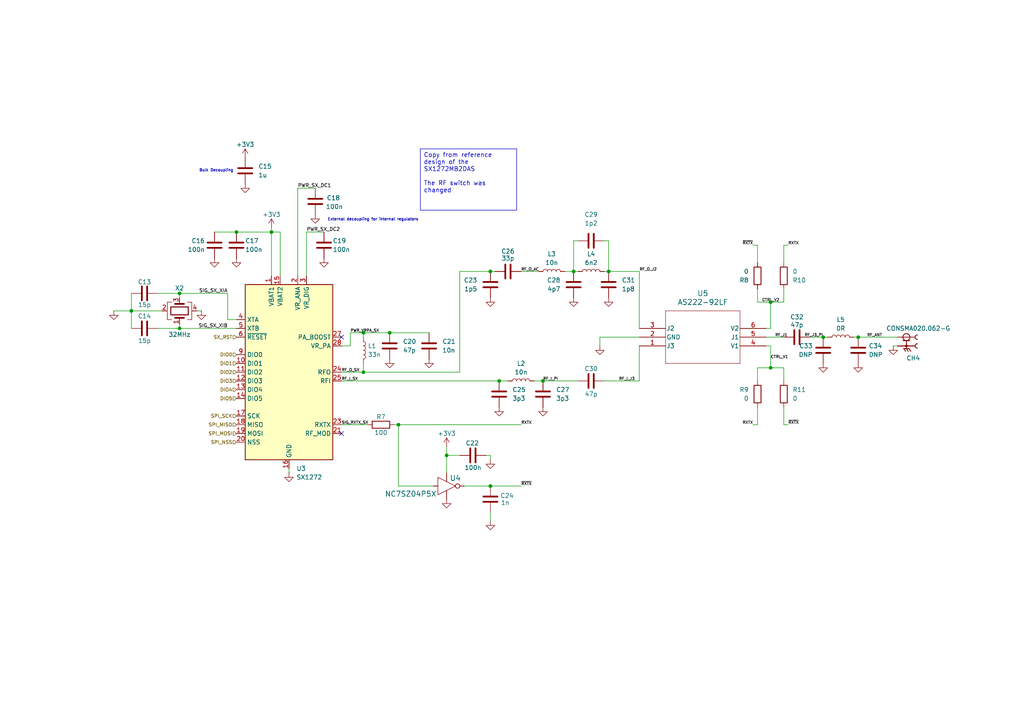
<source format=kicad_sch>
(kicad_sch (version 20250114) (generator "eeschema") (generator_version "9.0")
  (paper "A4")
  (lib_symbols
    (symbol "CONSMA020.062-G:CONSMA020.062-G" (pin_numbers (hide yes)) (pin_names (offset 1.016))
      (property "Reference" "J" (at -3.81 1.524 0))
      (property "Value" "CONSMA020.062-G" (at -4.064 -6.858 0))
      (symbol "CONSMA020.062-G_0_0"
        (arc (start -3.175 0.635) (mid -2.5427 0) (end -3.175 -0.635) (stroke (width 0.254)))
        (arc (start -3.175 -1.905) (mid -2.5427 -2.54) (end -3.175 -3.175) (stroke (width 0.254)))
        (polyline (pts (xy -1.016 -1.016) (xy 1.016 -1.016)) (stroke (width 0.254)))
        (polyline (pts (xy -0.762 -3.302) (xy -1.27 -4.064)) (stroke (width 0.254)))
        (circle (center 0 0) (radius 1.016) (stroke (width 0.254)))
        (polyline (pts (xy 0 -1.016) (xy 0 -3.302)) (stroke (width 0.254)))
        (circle (center 0 -2.54) (radius 0.254) (stroke (width 0.254)))
        (polyline (pts (xy 0 -3.302) (xy -0.508 -4.064)) (stroke (width 0.254)))
        (polyline (pts (xy 0.762 -3.302) (xy -0.762 -3.302)) (stroke (width 0.254)))
        (polyline (pts (xy 0.762 -3.302) (xy 0.254 -4.064)) (stroke (width 0.254)))
        (pin passive line (at 2.54 0 180) (length 5.08) (name "~") (number "1"))
        (pin passive line (at 2.54 -2.54 180) (length 5.08) (name "~") (number "S1"))
        (pin passive line (at 2.54 -2.54 180) (length 5.08) (name "~") (number "S2"))
        (pin passive line (at 2.54 -2.54 180) (length 5.08) (name "~") (number "S3"))
        (pin passive line (at 2.54 -2.54 180) (length 5.08) (name "~") (number "S4"))
      )
    )
    (symbol "Device:C" (pin_numbers (hide yes)) (pin_names (offset 0.254))
      (property "Reference" "C" (at 0.635 2.54 0))
      (property "Value" "C" (at 0.635 -2.54 0))
      (symbol "C_0_1"
        (polyline (pts (xy -2.032 0.762) (xy 2.032 0.762)) (stroke (width 0.508)))
        (polyline (pts (xy -2.032 -0.762) (xy 2.032 -0.762)) (stroke (width 0.508)))
      )
      (symbol "C_1_1"
        (pin passive line (at 0 3.81 270) (length 2.794) (name "~") (number "1"))
        (pin passive line (at 0 -3.81 90) (length 2.794) (name "~") (number "2"))
      )
    )
    (symbol "Device:Crystal_GND24" (pin_names (offset 1.016) (hide yes))
      (property "Reference" "Y" (at 3.175 5.08 0))
      (property "Value" "Crystal_GND24" (at 3.175 3.175 0))
      (symbol "Crystal_GND24_0_1"
        (polyline (pts (xy -2.54 2.286) (xy -2.54 3.556) (xy 2.54 3.556) (xy 2.54 2.286)))
        (polyline (pts (xy -2.54 0) (xy -2.032 0)))
        (polyline (pts (xy -2.54 -2.286) (xy -2.54 -3.556) (xy 2.54 -3.556) (xy 2.54 -2.286)))
        (polyline (pts (xy -2.032 -1.27) (xy -2.032 1.27)) (stroke (width 0.508)))
        (rectangle (start -1.143 2.54) (end 1.143 -2.54) (stroke (width 0.3048)))
        (polyline (pts (xy 0 3.556) (xy 0 3.81)))
        (polyline (pts (xy 0 -3.81) (xy 0 -3.556)))
        (polyline (pts (xy 2.032 0) (xy 2.54 0)))
        (polyline (pts (xy 2.032 -1.27) (xy 2.032 1.27)) (stroke (width 0.508)))
      )
      (symbol "Crystal_GND24_1_1"
        (pin passive line (at -3.81 0 0) (length 1.27) (name "1") (number "1"))
        (pin passive line (at 0 5.08 270) (length 1.27) (name "2") (number "2"))
        (pin passive line (at 0 -5.08 90) (length 1.27) (name "4") (number "4"))
        (pin passive line (at 3.81 0 180) (length 1.27) (name "3") (number "3"))
      )
    )
    (symbol "Device:L" (pin_numbers (hide yes)) (pin_names (offset 1.016) (hide yes))
      (property "Reference" "L" (at -1.27 0 90))
      (property "Value" "L" (at 1.905 0 90))
      (symbol "L_0_1"
        (arc (start 0 2.54) (mid 0.6323 1.905) (end 0 1.27))
        (arc (start 0 1.27) (mid 0.6323 0.635) (end 0 0))
        (arc (start 0 0) (mid 0.6323 -0.635) (end 0 -1.27))
        (arc (start 0 -1.27) (mid 0.6323 -1.905) (end 0 -2.54))
      )
      (symbol "L_1_1"
        (pin passive line (at 0 3.81 270) (length 1.27) (name "1") (number "1"))
        (pin passive line (at 0 -3.81 90) (length 1.27) (name "2") (number "2"))
      )
    )
    (symbol "Device:R" (pin_numbers (hide yes)) (pin_names (offset 0))
      (property "Reference" "R" (at 2.032 0 90))
      (property "Value" "R" (at 0 0 90))
      (symbol "R_0_1"
        (rectangle (start -1.016 -2.54) (end 1.016 2.54) (stroke (width 0.254)))
      )
      (symbol "R_1_1"
        (pin passive line (at 0 3.81 270) (length 1.27) (name "~") (number "1"))
        (pin passive line (at 0 -3.81 90) (length 1.27) (name "~") (number "2"))
      )
    )
    (symbol "NC7SZ04:NC7SZ04P5X" (pin_numbers (hide yes)) (pin_names (offset 0.254) (hide yes))
      (property "Reference" "U5" (at 5.588 3.048 0))
      (property "Value" "NC7SZ04P5X" (at 11.43 -2.794 0))
      (symbol "NC7SZ04P5X_1_1"
        (polyline (pts (xy 0 2.54) (xy 0 -2.54) (xy 5.08 0) (xy 0 2.54) (xy 0 0)))
        (pin unspecified line (at -1.27 0 0) (length 1.27) (name "") (number "2"))
        (pin power_in line (at 2.54 3.81 270) (length 2.54) (name "") (number "5"))
        (pin power_out line (at 2.54 -3.81 90) (length 2.54) (name "") (number "3"))
        (pin unspecified inverted (at 7.62 0 180) (length 2.54) (name "") (number "4"))
        (pin no_connect line (at 30.48 7.62 0) (length 1.27) (hide yes) (name "NC") (number "1"))
      )
    )
    (symbol "RF:SX1272"
      (property "Reference" "U" (at 13.97 24.13 0))
      (property "Value" "SX1272" (at 13.97 21.59 0))
      (symbol "SX1272_0_1"
        (rectangle (start -12.7 25.4) (end 12.7 -25.4) (stroke (width 0.254)) (fill (type background)))
      )
      (symbol "SX1272_1_1"
        (pin bidirectional line (at -15.24 15.24 0) (length 2.54) (name "XTA") (number "4"))
        (pin bidirectional line (at -15.24 12.7 0) (length 2.54) (name "XTB") (number "5"))
        (pin input line (at -15.24 10.16 0) (length 2.54) (name "~{RESET}") (number "6"))
        (pin bidirectional line (at -15.24 5.08 0) (length 2.54) (name "DIO0") (number "9"))
        (pin bidirectional line (at -15.24 2.54 0) (length 2.54) (name "DIO1") (number "10"))
        (pin bidirectional line (at -15.24 0 0) (length 2.54) (name "DIO2") (number "11"))
        (pin bidirectional line (at -15.24 -2.54 0) (length 2.54) (name "DIO3") (number "12"))
        (pin bidirectional line (at -15.24 -5.08 0) (length 2.54) (name "DIO4") (number "13"))
        (pin bidirectional line (at -15.24 -7.62 0) (length 2.54) (name "DIO5") (number "14"))
        (pin input line (at -15.24 -12.7 0) (length 2.54) (name "SCK") (number "17"))
        (pin output line (at -15.24 -15.24 0) (length 2.54) (name "MISO") (number "18"))
        (pin input line (at -15.24 -17.78 0) (length 2.54) (name "MOSI") (number "19"))
        (pin input line (at -15.24 -20.32 0) (length 2.54) (name "NSS") (number "20"))
        (pin power_in line (at -5.08 27.94 270) (length 2.54) (name "VBAT1") (number "1"))
        (pin power_in line (at -2.54 27.94 270) (length 2.54) (name "VBAT2") (number "15"))
        (pin power_in line (at 0 -27.94 90) (length 2.54) (name "GND") (number "16"))
        (pin passive line (at 0 -27.94 90) (length 2.54) (hide yes) (name "GND") (number "22"))
        (pin passive line (at 0 -27.94 90) (length 2.54) (hide yes) (name "GND") (number "26"))
        (pin passive line (at 0 -27.94 90) (length 2.54) (hide yes) (name "GND") (number "29"))
        (pin power_in line (at 2.54 27.94 270) (length 2.54) (name "VR_ANA") (number "2"))
        (pin power_in line (at 5.08 27.94 270) (length 2.54) (name "VR_DIG") (number "3"))
        (pin no_connect line (at 12.7 -5.08 180) (length 2.54) (hide yes) (name "NC") (number "8"))
        (pin no_connect line (at 12.7 -7.62 180) (length 2.54) (hide yes) (name "NC") (number "7"))
        (pin power_out line (at 15.24 10.16 180) (length 2.54) (name "PA_BOOST") (number "27"))
        (pin power_out line (at 15.24 7.62 180) (length 2.54) (name "VR_PA") (number "28"))
        (pin output line (at 15.24 0 180) (length 2.54) (name "RFO") (number "24"))
        (pin input line (at 15.24 -2.54 180) (length 2.54) (name "RFI") (number "25"))
        (pin output line (at 15.24 -15.24 180) (length 2.54) (name "RXTX") (number "23"))
        (pin output line (at 15.24 -17.78 180) (length 2.54) (name "RF_MOD") (number "21"))
      )
    )
    (symbol "power:+3V3" (power) (pin_numbers (hide yes)) (pin_names (offset 0) (hide yes))
      (property "Value" "+3V3" (at 0 3.556 0))
      (symbol "+3V3_0_1"
        (polyline (pts (xy -0.762 1.27) (xy 0 2.54)))
        (polyline (pts (xy 0 2.54) (xy 0.762 1.27)))
        (polyline (pts (xy 0 0) (xy 0 2.54)))
      )
      (symbol "+3V3_1_1"
        (pin power_in line (at 0 0 90) (length 0) (name "~") (number "1"))
      )
    )
    (symbol "power:GND" (power) (pin_numbers (hide yes)) (pin_names (offset 0) (hide yes))
      (property "Value" "GND" (at 0 -3.81 0))
      (symbol "GND_0_1"
        (polyline (pts (xy 0 0) (xy 0 -1.27) (xy 1.27 -1.27) (xy 0 -2.54) (xy -1.27 -1.27) (xy 0 -1.27)))
      )
      (symbol "GND_1_1"
        (pin power_in line (at 0 0 270) (length 0) (name "~") (number "1"))
      )
    )
    (symbol "something:4259-63" (pin_names (offset 0.254))
      (property "Reference" "U5" (at 18.415 10.16 0))
      (property "Value" "AS222-92LF" (at 18.415 7.62 0))
      (symbol "4259-63_0_1"
        (polyline (pts (xy 7.62 5.08) (xy 7.62 -10.16)) (stroke (width 0.127)))
        (polyline (pts (xy 7.62 -10.16) (xy 29.21 -10.16)) (stroke (width 0.127)))
        (polyline (pts (xy 29.21 5.08) (xy 7.62 5.08)) (stroke (width 0.127)))
        (polyline (pts (xy 29.21 -10.16) (xy 29.21 5.08)) (stroke (width 0.127)))
        (pin power_out line (at 0 -2.54 0) (length 7.62) (name "GND") (number "2"))
      )
      (symbol "4259-63_1_1"
        (pin bidirectional line (at 0 0 0) (length 7.62) (name "J2") (number "3"))
        (pin bidirectional line (at 0 -5.08 0) (length 7.62) (name "J3") (number "1"))
        (pin power_in line (at 36.83 0 180) (length 7.62) (name "V2") (number "6"))
        (pin unspecified line (at 36.83 -2.54 180) (length 7.62) (name "J1") (number "5"))
        (pin unspecified line (at 36.83 -5.08 180) (length 7.62) (name "V1") (number "4"))
      )
    )
  )
  (text "Bulk Decoupling" (at 62.738 49.53 0) (effects (font (size 0.8 0.8))))
  (text "External decoupling for internal regulators" (at 108.204 63.754 0) (effects (font (size 0.8 0.8))))
  (text_box "Copy from reference design of the SX1272MB2DAS\n\nThe RF switch was changed" (at 121.92 43.18 0) (size 27.94 17.78) (margins 0.9525 0.9525 0.9525 0.9525) (effects (font (size 1.27 1.27)) (justify left top)))
  (junction (at 142.24 140.97))
  (junction (at 105.41 107.95))
  (junction (at 223.52 87.63))
  (junction (at 115.57 123.19))
  (junction (at 248.92 97.79))
  (junction (at 129.54 132.08))
  (junction (at 113.03 96.52))
  (junction (at 176.53 78.74))
  (junction (at 38.1 90.17))
  (junction (at 142.24 78.74))
  (junction (at 52.07 85.09))
  (junction (at 223.52 106.68))
  (junction (at 78.74 67.31))
  (junction (at 166.37 78.74))
  (junction (at 105.41 96.52))
  (junction (at 68.58 67.31))
  (junction (at 238.76 97.79))
  (junction (at 144.78 110.49))
  (junction (at 52.07 95.25))
  (junction (at 157.48 110.49))
  (no_connect (at 99.06 97.79))
  (no_connect (at 99.06 125.73))
  (wire (pts (xy 247.65 97.79) (xy 248.92 97.79)))
  (wire (pts (xy 129.54 129.54) (xy 129.54 132.08)))
  (wire (pts (xy 163.83 78.74) (xy 166.37 78.74)))
  (wire (pts (xy 142.24 133.35) (xy 142.24 132.08)))
  (wire (pts (xy 129.54 132.08) (xy 129.54 137.16)))
  (wire (pts (xy 81.28 80.01) (xy 81.28 67.31)))
  (wire (pts (xy 114.3 123.19) (xy 115.57 123.19)))
  (wire (pts (xy 227.33 123.19) (xy 228.6 123.19)))
  (wire (pts (xy 223.52 100.33) (xy 223.52 106.68)))
  (wire (pts (xy 219.71 118.11) (xy 219.71 123.19)))
  (wire (pts (xy 166.37 69.85) (xy 166.37 78.74)))
  (wire (pts (xy 167.64 69.85) (xy 166.37 69.85)))
  (wire (pts (xy 86.36 54.61) (xy 91.44 54.61)))
  (wire (pts (xy 99.06 107.95) (xy 105.41 107.95)))
  (wire (pts (xy 45.72 85.09) (xy 52.07 85.09)))
  (wire (pts (xy 222.25 97.79) (xy 227.33 97.79)))
  (wire (pts (xy 99.06 110.49) (xy 144.78 110.49)))
  (wire (pts (xy 176.53 69.85) (xy 176.53 78.74)))
  (wire (pts (xy 223.52 87.63) (xy 227.33 87.63)))
  (wire (pts (xy 185.42 97.79) (xy 173.99 97.79)))
  (wire (pts (xy 234.95 97.79) (xy 238.76 97.79)))
  (wire (pts (xy 238.76 97.79) (xy 240.03 97.79)))
  (wire (pts (xy 57.15 90.17) (xy 58.42 90.17)))
  (wire (pts (xy 99.06 100.33) (xy 101.6 100.33)))
  (wire (pts (xy 88.9 80.01) (xy 88.9 67.31)))
  (wire (pts (xy 219.71 87.63) (xy 223.52 87.63)))
  (wire (pts (xy 105.41 96.52) (xy 105.41 97.79)))
  (wire (pts (xy 133.35 78.74) (xy 142.24 78.74)))
  (wire (pts (xy 219.71 71.12) (xy 218.44 71.12)))
  (wire (pts (xy 52.07 85.09) (xy 66.04 85.09)))
  (wire (pts (xy 144.78 110.49) (xy 147.32 110.49)))
  (wire (pts (xy 227.33 76.2) (xy 227.33 71.12)))
  (wire (pts (xy 185.42 110.49) (xy 185.42 100.33)))
  (wire (pts (xy 185.42 78.74) (xy 185.42 95.25)))
  (wire (pts (xy 151.13 140.97) (xy 142.24 140.97)))
  (wire (pts (xy 105.41 107.95) (xy 133.35 107.95)))
  (wire (pts (xy 125.73 140.97) (xy 115.57 140.97)))
  (wire (pts (xy 175.26 110.49) (xy 185.42 110.49)))
  (wire (pts (xy 113.03 96.52) (xy 124.46 96.52)))
  (wire (pts (xy 38.1 90.17) (xy 46.99 90.17)))
  (wire (pts (xy 142.24 132.08) (xy 140.97 132.08)))
  (wire (pts (xy 259.08 100.33) (xy 260.35 100.33)))
  (wire (pts (xy 52.07 95.25) (xy 68.58 95.25)))
  (wire (pts (xy 219.71 76.2) (xy 219.71 71.12)))
  (wire (pts (xy 223.52 87.63) (xy 223.52 95.25)))
  (wire (pts (xy 176.53 78.74) (xy 175.26 78.74)))
  (wire (pts (xy 227.33 106.68) (xy 223.52 106.68)))
  (wire (pts (xy 176.53 78.74) (xy 185.42 78.74)))
  (wire (pts (xy 219.71 106.68) (xy 219.71 110.49)))
  (wire (pts (xy 248.92 97.79) (xy 260.35 97.79)))
  (wire (pts (xy 219.71 123.19) (xy 218.44 123.19)))
  (wire (pts (xy 133.35 132.08) (xy 129.54 132.08)))
  (wire (pts (xy 66.04 92.71) (xy 66.04 85.09)))
  (wire (pts (xy 78.74 80.01) (xy 78.74 67.31)))
  (wire (pts (xy 223.52 95.25) (xy 222.25 95.25)))
  (wire (pts (xy 83.82 135.89) (xy 83.82 137.16)))
  (wire (pts (xy 99.06 123.19) (xy 106.68 123.19)))
  (wire (pts (xy 157.48 110.49) (xy 167.64 110.49)))
  (wire (pts (xy 88.9 67.31) (xy 93.98 67.31)))
  (wire (pts (xy 219.71 83.82) (xy 219.71 87.63)))
  (wire (pts (xy 81.28 67.31) (xy 78.74 67.31)))
  (wire (pts (xy 33.02 90.17) (xy 38.1 90.17)))
  (wire (pts (xy 52.07 85.09) (xy 52.07 86.36)))
  (wire (pts (xy 101.6 100.33) (xy 101.6 96.52)))
  (wire (pts (xy 223.52 106.68) (xy 219.71 106.68)))
  (wire (pts (xy 227.33 110.49) (xy 227.33 106.68)))
  (wire (pts (xy 115.57 140.97) (xy 115.57 123.19)))
  (wire (pts (xy 227.33 118.11) (xy 227.33 123.19)))
  (wire (pts (xy 142.24 148.59) (xy 142.24 151.13)))
  (wire (pts (xy 38.1 90.17) (xy 38.1 95.25)))
  (wire (pts (xy 45.72 95.25) (xy 52.07 95.25)))
  (wire (pts (xy 115.57 123.19) (xy 151.13 123.19)))
  (wire (pts (xy 68.58 67.31) (xy 78.74 67.31)))
  (wire (pts (xy 134.62 140.97) (xy 142.24 140.97)))
  (wire (pts (xy 227.33 87.63) (xy 227.33 83.82)))
  (wire (pts (xy 223.52 100.33) (xy 222.25 100.33)))
  (wire (pts (xy 105.41 105.41) (xy 105.41 107.95)))
  (wire (pts (xy 68.58 92.71) (xy 66.04 92.71)))
  (wire (pts (xy 227.33 71.12) (xy 228.6 71.12)))
  (wire (pts (xy 62.23 67.31) (xy 68.58 67.31)))
  (wire (pts (xy 166.37 78.74) (xy 167.64 78.74)))
  (wire (pts (xy 38.1 85.09) (xy 38.1 90.17)))
  (wire (pts (xy 154.94 110.49) (xy 157.48 110.49)))
  (wire (pts (xy 86.36 80.01) (xy 86.36 54.61)))
  (wire (pts (xy 78.74 66.04) (xy 78.74 67.31)))
  (wire (pts (xy 142.24 78.74) (xy 143.51 78.74)))
  (wire (pts (xy 133.35 78.74) (xy 133.35 107.95)))
  (wire (pts (xy 52.07 93.98) (xy 52.07 95.25)))
  (wire (pts (xy 173.99 97.79) (xy 173.99 100.33)))
  (wire (pts (xy 175.26 69.85) (xy 176.53 69.85)))
  (wire (pts (xy 101.6 96.52) (xy 105.41 96.52)))
  (wire (pts (xy 105.41 96.52) (xy 113.03 96.52)))
  (wire (pts (xy 151.13 78.74) (xy 156.21 78.74)))
  (label "RF_J3_PI" (at 238.76 97.79 180) (effects (font (size 0.8 0.8))))
  (label "RXTX" (at 151.13 123.19 0) (effects (font (size 0.8 0.8))))
  (label "SIG_SX_XIA" (at 66.04 85.09 180) (effects (font (size 1 1))))
  (label "RF_O_J2" (at 185.42 78.74 0) (effects (font (size 0.8 0.8))))
  (label "PWR_VRPA_SX" (at 101.6 96.52 0) (effects (font (size 0.8 0.8))))
  (label "RF_I_SX" (at 99.06 110.49 0) (effects (font (size 0.8 0.8))))
  (label "CTRL_V1" (at 223.52 104.14 0) (effects (font (size 0.8 0.8))))
  (label "CTRL_V2" (at 220.98 87.63 0) (effects (font (size 0.8 0.8))))
  (label "RF_ANT" (at 251.46 97.79 0) (effects (font (size 0.8 0.8))))
  (label "~{RXTX}" (at 218.44 71.12 180) (effects (font (size 0.8 0.8))))
  (label "RF_O_SX" (at 99.06 107.95 0) (effects (font (size 0.8 0.8))))
  (label "~{RXTX}" (at 228.6 123.19 0) (effects (font (size 0.8 0.8))))
  (label "~{RXTX}" (at 151.13 140.97 0) (effects (font (size 0.8 0.8))))
  (label "RF_I_J3" (at 184.15 110.49 180) (effects (font (size 0.8 0.8))))
  (label "RXTX" (at 228.6 71.12 0) (effects (font (size 0.8 0.8))))
  (label "SIG_RXTX_SX" (at 99.06 123.19 0) (effects (font (size 0.8 0.8))))
  (label "PWR_SX_DC2" (at 88.9 67.31 0) (effects (font (size 1 1))))
  (label "RXTX" (at 218.44 123.19 180) (effects (font (size 0.8 0.8))))
  (label "RF_O_AC" (at 151.13 78.74 0) (effects (font (size 0.8 0.8))))
  (label "RF_I_PI" (at 157.48 110.49 0) (effects (font (size 0.8 0.8))))
  (label "SIG_SX_XIB" (at 66.04 95.25 180) (effects (font (size 1 1))))
  (label "PWR_SX_DC1" (at 86.36 54.61 0) (effects (font (size 1 1))))
  (label "RF_J1" (at 224.79 97.79 0) (effects (font (size 0.8 0.8))))
  (hierarchical_label "SPI_MOSI" (shape input) (at 68.58 125.73 180) (effects (font (size 1 1))))
  (hierarchical_label "DIO5" (shape input) (at 68.58 115.57 180) (effects (font (size 1 1))))
  (hierarchical_label "DIO0" (shape input) (at 68.58 102.87 180) (effects (font (size 1 1))))
  (hierarchical_label "SPI_SCK" (shape input) (at 68.58 120.65 180) (effects (font (size 1 1))))
  (hierarchical_label "DIO2" (shape input) (at 68.58 107.95 180) (effects (font (size 1 1))))
  (hierarchical_label "DIO3" (shape input) (at 68.58 110.49 180) (effects (font (size 1 1))))
  (hierarchical_label "DIO1" (shape input) (at 68.58 105.41 180) (effects (font (size 1 1))))
  (hierarchical_label "DIO4" (shape input) (at 68.58 113.03 180) (effects (font (size 1 1))))
  (hierarchical_label "SPI_NSS" (shape input) (at 68.58 128.27 180) (effects (font (size 1 1))))
  (hierarchical_label "SPI_MISO" (shape input) (at 68.58 123.19 180) (effects (font (size 1 1))))
  (hierarchical_label "SX_RST" (shape input) (at 68.58 97.79 180) (effects (font (size 1 1))))
  (symbol (lib_id "power:+3V3") (at 71.12 45.72 0) (unit 1)
    (property "Reference" "#PWR029" (effects (hide yes)))
    (property "Value" "+3V3" (at 71.12 41.91 0))
    (property "Description" "Power symbol creates a global label with name \"+3V3\"" (effects (hide yes)))
  )
  (symbol (lib_id "power:GND") (at 144.78 118.11 0) (unit 1)
    (property "Reference" "#PWR044" (effects (hide yes)))
    (property "Value" "GND" (effects (hide yes)))
    (property "Description" "Power symbol creates a global label with name \"GND\" , ground" (effects (hide yes)))
  )
  (symbol (lib_id "power:GND") (at 176.53 86.36 0) (unit 1)
    (property "Reference" "#PWR048" (effects (hide yes)))
    (property "Value" "GND" (effects (hide yes)))
    (property "Description" "Power symbol creates a global label with name \"GND\" , ground" (effects (hide yes)))
  )
  (symbol (lib_id "Device:R") (at 219.71 114.3 0) (mirror y) (unit 1)
    (property "Reference" "R9" (at 217.17 113.0299 0) (effects (justify left)))
    (property "Value" "0" (at 217.17 115.5699 0) (effects (justify left)))
    (property "Footprint" "Resistor_SMD:R_0402_1005Metric" (effects (hide yes)))
    (property "Datasheet" "CRCW04020000Z0ED" (effects (hide yes)))
    (property "Description" "Resistor" (effects (hide yes)))
  )
  (symbol (lib_id "power:GND") (at 248.92 105.41 0) (unit 1)
    (property "Reference" "#PWR050" (effects (hide yes)))
    (property "Value" "GND" (effects (hide yes)))
    (property "Description" "Power symbol creates a global label with name \"GND\" , ground" (effects (hide yes)))
  )
  (symbol (lib_id "Device:C") (at 171.45 69.85 90) (unit 1)
    (property "Reference" "C29" (at 171.45 62.23 90))
    (property "Value" "1p2" (at 171.45 64.77 90))
    (property "Footprint" "Capacitor_SMD:C_0402_1005Metric" (effects (hide yes)))
    (property "Datasheet" "GJM1555C1H1R2BB01D" (effects (hide yes)))
    (property "Description" "Unpolarized capacitor" (effects (hide yes)))
  )
  (symbol (lib_id "power:GND") (at 71.12 53.34 0) (unit 1)
    (property "Reference" "#PWR030" (effects (hide yes)))
    (property "Value" "GND" (effects (hide yes)))
    (property "Description" "Power symbol creates a global label with name \"GND\" , ground" (effects (hide yes)))
  )
  (symbol (lib_id "power:GND") (at 68.58 74.93 0) (unit 1)
    (property "Reference" "#PWR032" (effects (hide yes)))
    (property "Value" "GND" (effects (hide yes)))
    (property "Description" "Power symbol creates a global label with name \"GND\" , ground" (effects (hide yes)))
  )
  (symbol (lib_id "Device:C") (at 231.14 97.79 90) (unit 1)
    (property "Reference" "C32" (at 231.14 91.948 90))
    (property "Value" "47p" (at 231.14 94.234 90))
    (property "Footprint" "Capacitor_SMD:C_0402_1005Metric" (effects (hide yes)))
    (property "Datasheet" "GJM1555C1H470JB01D" (effects (hide yes)))
    (property "Description" "Unpolarized capacitor" (effects (hide yes)))
  )
  (symbol (lib_id "Device:C") (at 137.16 132.08 90) (unit 1)
    (property "Reference" "C22" (at 138.938 128.524 90) (effects (justify left)))
    (property "Value" "100n" (at 139.7 135.636 90) (effects (justify left)))
    (property "Footprint" "Capacitor_SMD:C_0402_1005Metric" (effects (hide yes)))
    (property "Datasheet" "CL05B104KP5NNNC" (effects (hide yes)))
    (property "Description" "Unpolarized capacitor" (effects (hide yes)))
  )
  (symbol (lib_id "power:GND") (at 238.76 105.41 0) (unit 1)
    (property "Reference" "#PWR049" (effects (hide yes)))
    (property "Value" "GND" (effects (hide yes)))
    (property "Description" "Power symbol creates a global label with name \"GND\" , ground" (effects (hide yes)))
  )
  (symbol (lib_id "Device:R") (at 110.49 123.19 90) (unit 1)
    (property "Reference" "R7" (at 110.49 120.904 90))
    (property "Value" "100" (at 110.49 125.476 90))
    (property "Footprint" "Resistor_SMD:R_0402_1005Metric" (effects (hide yes)))
    (property "Datasheet" "RC0402FR-07100RL" (effects (hide yes)))
    (property "Description" "Resistor" (effects (hide yes)))
  )
  (symbol (lib_id "Device:C") (at 124.46 100.33 0) (unit 1)
    (property "Reference" "C21" (at 128.27 99.0599 0) (effects (justify left)))
    (property "Value" "10n" (at 128.27 101.5999 0) (effects (justify left)))
    (property "Footprint" "Capacitor_SMD:C_0402_1005Metric" (effects (hide yes)))
    (property "Datasheet" "GRM155R71H103KA88D" (effects (hide yes)))
    (property "Description" "Unpolarized capacitor" (effects (hide yes)))
  )
  (symbol (lib_id "power:GND") (at 142.24 151.13 0) (unit 1)
    (property "Reference" "#PWR043" (effects (hide yes)))
    (property "Value" "GND" (effects (hide yes)))
    (property "Description" "Power symbol creates a global label with name \"GND\" , ground" (effects (hide yes)))
  )
  (symbol (lib_id "Device:C") (at 113.03 100.33 0) (unit 1)
    (property "Reference" "C20" (at 116.84 99.0599 0) (effects (justify left)))
    (property "Value" "47p" (at 116.84 101.5999 0) (effects (justify left)))
    (property "Footprint" "Capacitor_SMD:C_0402_1005Metric" (effects (hide yes)))
    (property "Datasheet" "GJM1555C1H470JB01D" (effects (hide yes)))
    (property "Description" "Unpolarized capacitor" (effects (hide yes)))
  )
  (symbol (lib_id "Device:R") (at 219.71 80.01 180) (unit 1)
    (property "Reference" "R8" (at 217.17 81.2801 0) (effects (justify left)))
    (property "Value" "0" (at 217.17 78.7401 0) (effects (justify left)))
    (property "Footprint" "Resistor_SMD:R_0402_1005Metric" (effects (hide yes)))
    (property "Datasheet" "CRCW04020000Z0ED" (effects (hide yes)))
    (property "Description" "Resistor" (effects (hide yes)))
  )
  (symbol (lib_id "Device:C") (at 144.78 114.3 0) (unit 1)
    (property "Reference" "C25" (at 148.59 113.0299 0) (effects (justify left)))
    (property "Value" "3p3" (at 148.59 115.5699 0) (effects (justify left)))
    (property "Footprint" "Capacitor_SMD:C_0402_1005Metric" (effects (hide yes)))
    (property "Datasheet" "CBR04C339B5GAC" (effects (hide yes)))
    (property "Description" "Unpolarized capacitor" (effects (hide yes)))
  )
  (symbol (lib_id "power:GND") (at 166.37 86.36 0) (unit 1)
    (property "Reference" "#PWR046" (effects (hide yes)))
    (property "Value" "GND" (effects (hide yes)))
    (property "Description" "Power symbol creates a global label with name \"GND\" , ground" (effects (hide yes)))
  )
  (symbol (lib_id "power:GND") (at 129.54 144.78 0) (unit 1)
    (property "Reference" "#PWR040" (effects (hide yes)))
    (property "Value" "GND" (effects (hide yes)))
    (property "Description" "Power symbol creates a global label with name \"GND\" , ground" (effects (hide yes)))
  )
  (symbol (lib_id "power:GND") (at 93.98 74.93 0) (unit 1)
    (property "Reference" "#PWR036" (effects (hide yes)))
    (property "Value" "GND" (effects (hide yes)))
    (property "Description" "Power symbol creates a global label with name \"GND\" , ground" (effects (hide yes)))
  )
  (symbol (lib_id "Device:C") (at 157.48 114.3 0) (unit 1)
    (property "Reference" "C27" (at 161.29 113.0299 0) (effects (justify left)))
    (property "Value" "3p3" (at 161.29 115.5699 0) (effects (justify left)))
    (property "Footprint" "Capacitor_SMD:C_0402_1005Metric" (effects (hide yes)))
    (property "Datasheet" "CBR04C339B5GAC" (effects (hide yes)))
    (property "Description" "Unpolarized capacitor" (effects (hide yes)))
  )
  (symbol (lib_id "power:GND") (at 33.02 90.17 0) (unit 1)
    (property "Reference" "#PWR027" (effects (hide yes)))
    (property "Value" "GND" (effects (hide yes)))
    (property "Description" "Power symbol creates a global label with name \"GND\" , ground" (effects (hide yes)))
  )
  (symbol (lib_id "Device:C") (at 142.24 82.55 0) (mirror y) (unit 1)
    (property "Reference" "C23" (at 138.43 81.2799 0) (effects (justify left)))
    (property "Value" "1p5" (at 138.43 83.8199 0) (effects (justify left)))
    (property "Footprint" "Capacitor_SMD:C_0402_1005Metric" (effects (hide yes)))
    (property "Datasheet" "GJM1555C1H1R5BB01D" (effects (hide yes)))
    (property "Description" "Unpolarized capacitor" (effects (hide yes)))
  )
  (symbol (lib_id "power:GND") (at 142.24 86.36 0) (unit 1)
    (property "Reference" "#PWR041" (effects (hide yes)))
    (property "Value" "GND" (effects (hide yes)))
    (property "Description" "Power symbol creates a global label with name \"GND\" , ground" (effects (hide yes)))
  )
  (symbol (lib_id "power:GND") (at 157.48 118.11 0) (unit 1)
    (property "Reference" "#PWR045" (effects (hide yes)))
    (property "Value" "GND" (effects (hide yes)))
    (property "Description" "Power symbol creates a global label with name \"GND\" , ground" (effects (hide yes)))
  )
  (symbol (lib_id "power:GND") (at 173.99 100.33 0) (unit 1)
    (property "Reference" "#PWR047" (effects (hide yes)))
    (property "Value" "GND" (effects (hide yes)))
    (property "Description" "Power symbol creates a global label with name \"GND\" , ground" (effects (hide yes)))
  )
  (symbol (lib_id "power:GND") (at 113.03 104.14 0) (unit 1)
    (property "Reference" "#PWR037" (effects (hide yes)))
    (property "Value" "GND" (effects (hide yes)))
    (property "Description" "Power symbol creates a global label with name \"GND\" , ground" (effects (hide yes)))
  )
  (symbol (lib_id "Device:C") (at 147.32 78.74 90) (unit 1)
    (property "Reference" "C26" (at 147.32 72.898 90))
    (property "Value" "33p" (at 147.32 74.93 90))
    (property "Footprint" "Capacitor_SMD:C_0402_1005Metric" (effects (hide yes)))
    (property "Datasheet" "GJM1555C1H330JB01D" (effects (hide yes)))
    (property "Description" "Unpolarized capacitor" (effects (hide yes)))
  )
  (symbol (lib_id "power:GND") (at 58.42 90.17 0) (unit 1)
    (property "Reference" "#PWR028" (effects (hide yes)))
    (property "Value" "GND" (effects (hide yes)))
    (property "Description" "Power symbol creates a global label with name \"GND\" , ground" (effects (hide yes)))
  )
  (symbol (lib_id "Device:C") (at 166.37 82.55 0) (mirror x) (unit 1)
    (property "Reference" "C28" (at 162.56 81.2799 0) (effects (justify right)))
    (property "Value" "4p7" (at 162.56 83.8199 0) (effects (justify right)))
    (property "Footprint" "Capacitor_SMD:C_0402_1005Metric" (effects (hide yes)))
    (property "Datasheet" "GJM1555C1H4R7CB01D" (effects (hide yes)))
    (property "Description" "Unpolarized capacitor" (effects (hide yes)))
  )
  (symbol (lib_id "Device:R") (at 227.33 80.01 0) (mirror x) (unit 1)
    (property "Reference" "R10" (at 229.87 81.2801 0) (effects (justify left)))
    (property "Value" "0" (at 229.87 78.7401 0) (effects (justify left)))
    (property "Footprint" "Resistor_SMD:R_0402_1005Metric" (effects (hide yes)))
    (property "Datasheet" "CRCW04020000Z0ED" (effects (hide yes)))
    (property "Description" "Resistor" (effects (hide yes)))
  )
  (symbol (lib_id "power:GND") (at 124.46 104.14 0) (unit 1)
    (property "Reference" "#PWR038" (effects (hide yes)))
    (property "Value" "GND" (effects (hide yes)))
    (property "Description" "Power symbol creates a global label with name \"GND\" , ground" (effects (hide yes)))
  )
  (symbol (lib_id "CONSMA020.062-G:CONSMA020.062-G") (at 262.89 97.79 0) (mirror y) (unit 1)
    (property "Reference" "CH4" (at 262.89 103.886 0) (effects (justify right)))
    (property "Value" "CONSMA020.062-G" (at 257.048 95.25 0) (effects (justify right)))
    (property "Footprint" "project_lib:LINX_CONSMA020.062-G" (effects (hide yes)))
    (property "Datasheet" "CONSMA020.062-G" (effects (hide yes)))
    (property "SnapEDA_Link" "https://www.snapeda.com/parts/CONSMA020.062-G/Linx/view-part/?ref=snap" (effects (hide yes)))
    (property "Check_prices" "https://www.snapeda.com/parts/CONSMA020.062-G/Linx/view-part/?ref=eda" (effects (hide yes)))
    (property "Package" "None" (effects (hide yes)))
    (property "Price" "None" (effects (hide yes)))
    (property "MF" "Linx Technologies" (effects (hide yes)))
    (property "MP" "CONSMA020.062-G" (effects (hide yes)))
    (property "Purchase-URL" "https://www.snapeda.com/api/url_track_click_mouser/?unipart_id=4834989&manufacturer=Linx Technologies&part_name=CONSMA020.062-G&search_term=None" (effects (hide yes)))
    (property "Availability" "In Stock" (effects (hide yes)))
    (property "Description_1" "SMA Jack 50 Ohm .062 PCB Edge Mount" (effects (hide yes)))
  )
  (symbol (lib_id "Device:Crystal_GND24") (at 52.07 90.17 90) (unit 1)
    (property "Reference" "X2" (at 52.07 83.566 90))
    (property "Value" "32MHz" (at 52.07 97.028 90))
    (property "Footprint" "Crystal:Crystal_SMD_2016-4Pin_2.0x1.6mm" (effects (hide yes)))
    (property "Datasheet" "ECS-320-10-37B-CKY-TR" (effects (hide yes)))
    (property "Description" "ECS-320-10-37B-CKY-TR" (effects (hide yes)))
  )
  (symbol (lib_id "Device:L") (at 105.41 101.6 0) (unit 1)
    (property "Reference" "L1" (at 106.68 100.3299 0) (effects (justify left)))
    (property "Value" "33n" (at 106.68 102.8699 0) (effects (justify left)))
    (property "Footprint" "Inductor_SMD:L_0402_1005Metric" (effects (hide yes)))
    (property "Datasheet" "LQW15AN33NJ00D" (effects (hide yes)))
    (property "Description" "LQW15AN33NJ00D" (effects (hide yes)))
  )
  (symbol (lib_id "something:4259-63") (at 185.42 95.25 0) (unit 1)
    (property "Reference" "U5" (at 203.835 85.09 0) (effects (font (size 1.524 1.524))))
    (property "Value" "AS222-92LF" (at 203.835 87.63 0) (effects (font (size 1.524 1.524))))
    (property "Footprint" "project_lib:SC-70-6_PSM" (effects (hide yes)))
    (property "Datasheet" "AS222-92LF" (effects (hide yes)))
  )
  (symbol (lib_id "power:+3V3") (at 129.54 129.54 0) (unit 1)
    (property "Reference" "#PWR039" (effects (hide yes)))
    (property "Value" "+3V3" (at 129.54 125.73 0))
    (property "Description" "Power symbol creates a global label with name \"+3V3\"" (effects (hide yes)))
  )
  (symbol (lib_id "Device:C") (at 62.23 71.12 0) (mirror y) (unit 1)
    (property "Reference" "C16" (at 59.436 69.85 0) (effects (justify left)))
    (property "Value" "100n" (at 59.436 72.39 0) (effects (justify left)))
    (property "Footprint" "Capacitor_SMD:C_0402_1005Metric" (effects (hide yes)))
    (property "Datasheet" "CL05B104KP5NNNC" (effects (hide yes)))
    (property "Description" "Unpolarized capacitor" (effects (hide yes)))
  )
  (symbol (lib_id "Device:C") (at 176.53 82.55 180) (unit 1)
    (property "Reference" "C31" (at 180.34 81.2799 0) (effects (justify right)))
    (property "Value" "1p8" (at 180.34 83.8199 0) (effects (justify right)))
    (property "Footprint" "Capacitor_SMD:C_0402_1005Metric" (effects (hide yes)))
    (property "Datasheet" "GJM1555C1H1R8BB01D" (effects (hide yes)))
    (property "Description" "Unpolarized capacitor" (effects (hide yes)))
  )
  (symbol (lib_id "power:GND") (at 62.23 74.93 0) (mirror y) (unit 1)
    (property "Reference" "#PWR031" (effects (hide yes)))
    (property "Value" "GND" (effects (hide yes)))
    (property "Description" "Power symbol creates a global label with name \"GND\" , ground" (effects (hide yes)))
  )
  (symbol (lib_id "Device:L") (at 151.13 110.49 90) (unit 1)
    (property "Reference" "L2" (at 151.13 105.41 90))
    (property "Value" "10n" (at 151.13 107.95 90))
    (property "Footprint" "Inductor_SMD:L_0402_1005Metric" (effects (hide yes)))
    (property "Datasheet" "LQG15HS10NJ02D" (effects (hide yes)))
    (property "Description" "LQG15HS10NJ02D" (effects (hide yes)))
  )
  (symbol (lib_id "power:GND") (at 83.82 137.16 0) (unit 1)
    (property "Reference" "#PWR034" (effects (hide yes)))
    (property "Value" "GND" (effects (hide yes)))
    (property "Description" "Power symbol creates a global label with name \"GND\" , ground" (effects (hide yes)))
  )
  (symbol (lib_id "Device:L") (at 243.84 97.79 90) (unit 1)
    (property "Reference" "L5" (at 243.84 92.71 90))
    (property "Value" "0R" (at 243.84 95.25 90))
    (property "Footprint" "Inductor_SMD:L_0402_1005Metric" (effects (hide yes)))
    (property "Datasheet" "CRCW04020000Z0ED" (effects (hide yes)))
    (property "Description" "CRCW04020000Z0ED" (effects (hide yes)))
  )
  (symbol (lib_id "power:GND") (at 259.08 100.33 0) (unit 1)
    (property "Reference" "#PWR051" (effects (hide yes)))
    (property "Value" "GND" (effects (hide yes)))
    (property "Description" "Power symbol creates a global label with name \"GND\" , ground" (effects (hide yes)))
  )
  (symbol (lib_id "Device:R") (at 227.33 114.3 0) (unit 1)
    (property "Reference" "R11" (at 229.87 113.0299 0) (effects (justify left)))
    (property "Value" "0" (at 229.87 115.5699 0) (effects (justify left)))
    (property "Footprint" "Resistor_SMD:R_0402_1005Metric" (effects (hide yes)))
    (property "Datasheet" "CRCW04020000Z0ED" (effects (hide yes)))
    (property "Description" "Resistor" (effects (hide yes)))
  )
  (symbol (lib_id "Device:C") (at 93.98 71.12 0) (unit 1)
    (property "Reference" "C19" (at 96.52 69.85 0) (effects (justify left)))
    (property "Value" "100n" (at 96.52 72.39 0) (effects (justify left)))
    (property "Footprint" "Capacitor_SMD:C_0402_1005Metric" (effects (hide yes)))
    (property "Datasheet" "CL05B104KP5NNNC" (effects (hide yes)))
    (property "Description" "Unpolarized capacitor" (effects (hide yes)))
  )
  (symbol (lib_id "power:+3V3") (at 78.74 66.04 0) (unit 1)
    (property "Reference" "#PWR033" (effects (hide yes)))
    (property "Value" "+3V3" (at 78.74 62.23 0))
    (property "Description" "Power symbol creates a global label with name \"+3V3\"" (effects (hide yes)))
  )
  (symbol (lib_id "Device:C") (at 238.76 101.6 0) (mirror x) (unit 1)
    (property "Reference" "C33" (at 235.712 100.33 0) (effects (justify right)))
    (property "Value" "DNP" (at 235.712 102.87 0) (effects (justify right)))
    (property "Footprint" "Capacitor_SMD:C_0402_1005Metric" (effects (hide yes)))
    (property "Description" "Unpolarized capacitor" (effects (hide yes)))
  )
  (symbol (lib_id "Device:C") (at 171.45 110.49 90) (unit 1)
    (property "Reference" "C30" (at 171.45 106.934 90))
    (property "Value" "47p" (at 171.45 114.3 90))
    (property "Footprint" "Capacitor_SMD:C_0402_1005Metric" (effects (hide yes)))
    (property "Datasheet" "GJM1555C1H470JB01D" (effects (hide yes)))
    (property "Description" "Unpolarized capacitor" (effects (hide yes)))
  )
  (symbol (lib_id "Device:C") (at 91.44 58.42 0) (unit 1)
    (property "Reference" "C18" (at 94.742 57.404 0) (effects (justify left)))
    (property "Value" "100n" (at 94.488 59.944 0) (effects (justify left)))
    (property "Footprint" "Capacitor_SMD:C_0402_1005Metric" (effects (hide yes)))
    (property "Datasheet" "CL05B104KP5NNNC" (effects (hide yes)))
    (property "Description" "Unpolarized capacitor" (effects (hide yes)))
  )
  (symbol (lib_id "RF:SX1272") (at 83.82 107.95 0) (unit 1)
    (property "Reference" "U3" (at 85.9633 135.89 0) (effects (justify left)))
    (property "Value" "SX1272" (at 85.9633 138.43 0) (effects (justify left)))
    (property "Footprint" "Package_DFN_QFN:QFN-28-1EP_6x6mm_P0.65mm_EP4.8x4.8mm" (effects (hide yes)))
    (property "Datasheet" "SX1272IMLTRT" (effects (hide yes)))
    (property "Description" "860 MHz to 1020 MHz Low Power Long Range Transceiver, spreading factor from 6 to 12, LoRA, QFN-28" (effects (hide yes)))
  )
  (symbol (lib_id "power:GND") (at 91.44 62.23 0) (unit 1)
    (property "Reference" "#PWR035" (effects (hide yes)))
    (property "Value" "GND" (effects (hide yes)))
    (property "Description" "Power symbol creates a global label with name \"GND\" , ground" (effects (hide yes)))
  )
  (symbol (lib_id "Device:C") (at 248.92 101.6 180) (unit 1)
    (property "Reference" "C34" (at 251.968 100.33 0) (effects (justify right)))
    (property "Value" "DNP" (at 251.968 102.87 0) (effects (justify right)))
    (property "Footprint" "Capacitor_SMD:C_0402_1005Metric" (effects (hide yes)))
    (property "Description" "Unpolarized capacitor" (effects (hide yes)))
  )
  (symbol (lib_id "Device:C") (at 71.12 49.53 0) (unit 1)
    (property "Reference" "C15" (at 74.93 48.2599 0) (effects (justify left)))
    (property "Value" "1u" (at 74.93 50.7999 0) (effects (justify left)))
    (property "Footprint" "Capacitor_SMD:C_0402_1005Metric" (effects (hide yes)))
    (property "Datasheet" "GRM155R61C105KA12D" (effects (hide yes)))
    (property "Description" "Unpolarized capacitor" (effects (hide yes)))
  )
  (symbol (lib_id "Device:C") (at 41.91 85.09 270) (unit 1)
    (property "Reference" "C13" (at 41.91 81.788 90))
    (property "Value" "15p" (at 41.91 88.392 90))
    (property "Footprint" "Capacitor_SMD:C_0402_1005Metric" (effects (hide yes)))
    (property "Datasheet" "GJM1555C1H150JB01D" (effects (hide yes)))
    (property "Description" "GJM1555C1H150JB01D" (effects (hide yes)))
  )
  (symbol (lib_id "Device:L") (at 171.45 78.74 90) (unit 1)
    (property "Reference" "L4" (at 171.45 73.66 90))
    (property "Value" "6n2" (at 171.45 76.2 90))
    (property "Footprint" "Inductor_SMD:L_0402_1005Metric" (effects (hide yes)))
    (property "Datasheet" "LQG15HS6N2S02D" (effects (hide yes)))
    (property "Description" "LQG15HS6N2S02D" (effects (hide yes)))
  )
  (symbol (lib_id "Device:C") (at 41.91 95.25 270) (unit 1)
    (property "Reference" "C14" (at 41.91 91.694 90))
    (property "Value" "15p" (at 41.91 98.806 90))
    (property "Footprint" "Capacitor_SMD:C_0402_1005Metric" (effects (hide yes)))
    (property "Datasheet" "GJM1555C1H150JB01D" (effects (hide yes)))
    (property "Description" "GJM1555C1H150JB01D" (effects (hide yes)))
  )
  (symbol (lib_id "NC7SZ04:NC7SZ04P5X") (at 127 140.97 0) (unit 1)
    (property "Reference" "U4" (at 132.08 138.684 0) (effects (font (size 1.524 1.524))))
    (property "Value" "NC7SZ04P5X" (at 119.126 143.256 0) (effects (font (size 1.524 1.524))))
    (property "Footprint" "project_lib:SC-88A-5_1P35X2P2_ONS" (effects (hide yes)))
    (property "Datasheet" "NC7SZ04P5X" (effects (hide yes)))
  )
  (symbol (lib_id "power:GND") (at 142.24 133.35 0) (unit 1)
    (property "Reference" "#PWR042" (effects (hide yes)))
    (property "Value" "GND" (effects (hide yes)))
    (property "Description" "Power symbol creates a global label with name \"GND\" , ground" (effects (hide yes)))
  )
  (symbol (lib_id "Device:L") (at 160.02 78.74 90) (unit 1)
    (property "Reference" "L3" (at 160.02 73.66 90))
    (property "Value" "10n" (at 160.02 76.2 90))
    (property "Footprint" "Inductor_SMD:L_0402_1005Metric" (effects (hide yes)))
    (property "Datasheet" "LQG15HS10NJ02D" (effects (hide yes)))
    (property "Description" "LQG15HS10NJ02D" (effects (hide yes)))
  )
  (symbol (lib_id "Device:C") (at 68.58 71.12 0) (unit 1)
    (property "Reference" "C17" (at 71.12 69.85 0) (effects (justify left)))
    (property "Value" "100n" (at 71.12 72.39 0) (effects (justify left)))
    (property "Footprint" "Capacitor_SMD:C_0402_1005Metric" (effects (hide yes)))
    (property "Datasheet" "CL05B104KP5NNNC" (effects (hide yes)))
    (property "Description" "Unpolarized capacitor" (effects (hide yes)))
  )
  (symbol (lib_id "Device:C") (at 142.24 144.78 0) (unit 1)
    (property "Reference" "C24" (at 147.066 143.764 0))
    (property "Value" "1n" (at 146.558 145.796 0))
    (property "Footprint" "Capacitor_SMD:C_0402_1005Metric" (effects (hide yes)))
    (property "Datasheet" "GRM155R72A102KA01D" (effects (hide yes)))
    (property "Description" "GRM155R72A102KA01D" (effects (hide yes)))
  )
)
</source>
